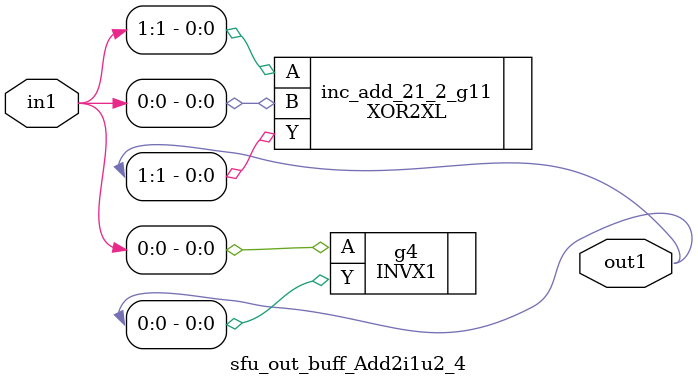
<source format=v>
`timescale 1ps / 1ps


module sfu_out_buff_Add2i1u2_4(in1, out1);
  input [1:0] in1;
  output [1:0] out1;
  wire [1:0] in1;
  wire [1:0] out1;
  INVX1 g4(.A (in1[0]), .Y (out1[0]));
  XOR2XL inc_add_21_2_g11(.A (in1[1]), .B (in1[0]), .Y (out1[1]));
endmodule



</source>
